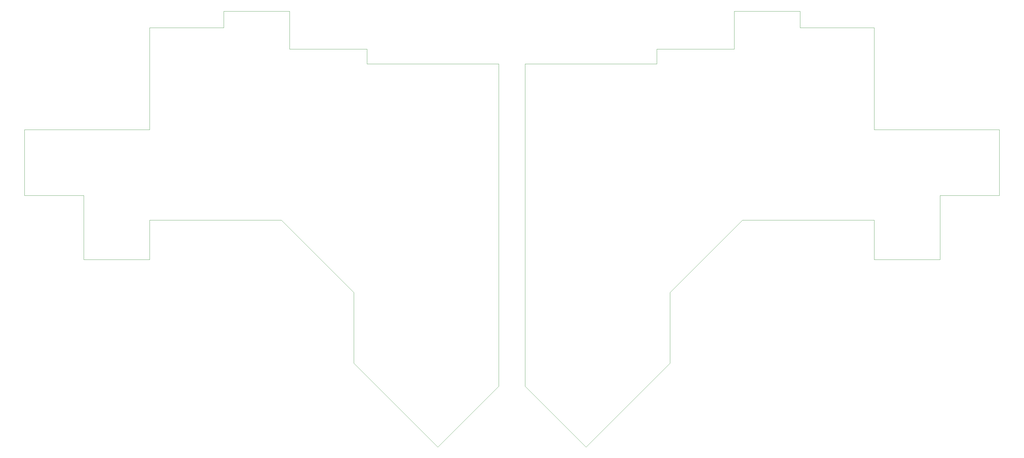
<source format=gm1>
G04 #@! TF.GenerationSoftware,KiCad,Pcbnew,7.0.1*
G04 #@! TF.CreationDate,2023-04-24T22:18:50+02:00*
G04 #@! TF.ProjectId,yeti,79657469-2e6b-4696-9361-645f70636258,rev?*
G04 #@! TF.SameCoordinates,Original*
G04 #@! TF.FileFunction,Profile,NP*
%FSLAX46Y46*%
G04 Gerber Fmt 4.6, Leading zero omitted, Abs format (unit mm)*
G04 Created by KiCad (PCBNEW 7.0.1) date 2023-04-24 22:18:50*
%MOMM*%
%LPD*%
G01*
G04 APERTURE LIST*
G04 #@! TA.AperFunction,Profile*
%ADD10C,0.100000*%
G04 #@! TD*
G04 APERTURE END LIST*
D10*
X17780000Y-71628000D02*
X17780000Y-91440000D01*
X38100000Y-19812000D02*
X60960000Y-19812000D01*
X127000000Y-149352000D02*
X101092000Y-123444000D01*
X38100000Y-91440000D02*
X17780000Y-91440000D01*
X101092000Y-101600000D02*
X78740000Y-79248000D01*
X238760000Y-14732000D02*
X218440000Y-14732000D01*
X261620000Y-79248000D02*
X261620000Y-91440000D01*
X-508000Y-51308000D02*
X38100000Y-51308000D01*
X218440000Y-14732000D02*
X218440000Y-26416000D01*
X145796000Y-30988000D02*
X145796000Y-130556000D01*
X105156000Y-26416000D02*
X105156000Y-30988000D01*
X198628000Y-123444000D02*
X198628000Y-101600000D01*
X38100000Y-79248000D02*
X38100000Y-91440000D01*
X145796000Y-130556000D02*
X127000000Y-149352000D01*
X218440000Y-26416000D02*
X194564000Y-26416000D01*
X78740000Y-79248000D02*
X38100000Y-79248000D01*
X153924000Y-30988000D02*
X153924000Y-130556000D01*
X81280000Y-14732000D02*
X81280000Y-26416000D01*
X194564000Y-26416000D02*
X194564000Y-30988000D01*
X-508000Y-71628000D02*
X-508000Y-51308000D01*
X261620000Y-91440000D02*
X281940000Y-91440000D01*
X60960000Y-14732000D02*
X60960000Y-19812000D01*
X300228000Y-71628000D02*
X281940000Y-71628000D01*
X300228000Y-71628000D02*
X300228000Y-51308000D01*
X194564000Y-30988000D02*
X153924000Y-30988000D01*
X172720000Y-149352000D02*
X198628000Y-123444000D01*
X198628000Y-101600000D02*
X220980000Y-79248000D01*
X153924000Y-130556000D02*
X172720000Y-149352000D01*
X300228000Y-51308000D02*
X261620000Y-51308000D01*
X220980000Y-79248000D02*
X261620000Y-79248000D01*
X-508000Y-71628000D02*
X17780000Y-71628000D01*
X60960000Y-14732000D02*
X81280000Y-14732000D01*
X238760000Y-14732000D02*
X238760000Y-19812000D01*
X101092000Y-123444000D02*
X101092000Y-101600000D01*
X261620000Y-51308000D02*
X261620000Y-19812000D01*
X105156000Y-30988000D02*
X145796000Y-30988000D01*
X38100000Y-51308000D02*
X38100000Y-19812000D01*
X81280000Y-26416000D02*
X105156000Y-26416000D01*
X261620000Y-19812000D02*
X238760000Y-19812000D01*
X281940000Y-71628000D02*
X281940000Y-91440000D01*
M02*

</source>
